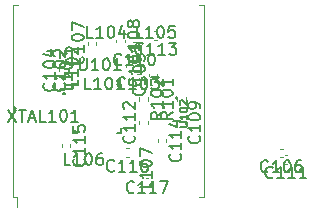
<source format=gbr>
%TF.GenerationSoftware,KiCad,Pcbnew,(6.0.0)*%
%TF.CreationDate,2023-04-18T16:07:59-05:00*%
%TF.ProjectId,SX1262,53583132-3632-42e6-9b69-6361645f7063,rev?*%
%TF.SameCoordinates,Original*%
%TF.FileFunction,Legend,Top*%
%TF.FilePolarity,Positive*%
%FSLAX46Y46*%
G04 Gerber Fmt 4.6, Leading zero omitted, Abs format (unit mm)*
G04 Created by KiCad (PCBNEW (6.0.0)) date 2023-04-18 16:07:59*
%MOMM*%
%LPD*%
G01*
G04 APERTURE LIST*
%ADD10C,0.150000*%
%ADD11C,0.120000*%
%ADD12C,0.127000*%
%ADD13C,0.300000*%
%ADD14C,0.152400*%
G04 APERTURE END LIST*
D10*
%TO.C,R102*%
X153092380Y-68169047D02*
X152616190Y-68502380D01*
X153092380Y-68740476D02*
X152092380Y-68740476D01*
X152092380Y-68359523D01*
X152140000Y-68264285D01*
X152187619Y-68216666D01*
X152282857Y-68169047D01*
X152425714Y-68169047D01*
X152520952Y-68216666D01*
X152568571Y-68264285D01*
X152616190Y-68359523D01*
X152616190Y-68740476D01*
X153092380Y-67216666D02*
X153092380Y-67788095D01*
X153092380Y-67502380D02*
X152092380Y-67502380D01*
X152235238Y-67597619D01*
X152330476Y-67692857D01*
X152378095Y-67788095D01*
X152092380Y-66597619D02*
X152092380Y-66502380D01*
X152140000Y-66407142D01*
X152187619Y-66359523D01*
X152282857Y-66311904D01*
X152473333Y-66264285D01*
X152711428Y-66264285D01*
X152901904Y-66311904D01*
X152997142Y-66359523D01*
X153044761Y-66407142D01*
X153092380Y-66502380D01*
X153092380Y-66597619D01*
X153044761Y-66692857D01*
X152997142Y-66740476D01*
X152901904Y-66788095D01*
X152711428Y-66835714D01*
X152473333Y-66835714D01*
X152282857Y-66788095D01*
X152187619Y-66740476D01*
X152140000Y-66692857D01*
X152092380Y-66597619D01*
X152187619Y-65883333D02*
X152140000Y-65835714D01*
X152092380Y-65740476D01*
X152092380Y-65502380D01*
X152140000Y-65407142D01*
X152187619Y-65359523D01*
X152282857Y-65311904D01*
X152378095Y-65311904D01*
X152520952Y-65359523D01*
X153092380Y-65930952D01*
X153092380Y-65311904D01*
%TO.C,R101*%
X153952380Y-68169047D02*
X153476190Y-68502380D01*
X153952380Y-68740476D02*
X152952380Y-68740476D01*
X152952380Y-68359523D01*
X153000000Y-68264285D01*
X153047619Y-68216666D01*
X153142857Y-68169047D01*
X153285714Y-68169047D01*
X153380952Y-68216666D01*
X153428571Y-68264285D01*
X153476190Y-68359523D01*
X153476190Y-68740476D01*
X153952380Y-67216666D02*
X153952380Y-67788095D01*
X153952380Y-67502380D02*
X152952380Y-67502380D01*
X153095238Y-67597619D01*
X153190476Y-67692857D01*
X153238095Y-67788095D01*
X152952380Y-66597619D02*
X152952380Y-66502380D01*
X153000000Y-66407142D01*
X153047619Y-66359523D01*
X153142857Y-66311904D01*
X153333333Y-66264285D01*
X153571428Y-66264285D01*
X153761904Y-66311904D01*
X153857142Y-66359523D01*
X153904761Y-66407142D01*
X153952380Y-66502380D01*
X153952380Y-66597619D01*
X153904761Y-66692857D01*
X153857142Y-66740476D01*
X153761904Y-66788095D01*
X153571428Y-66835714D01*
X153333333Y-66835714D01*
X153142857Y-66788095D01*
X153047619Y-66740476D01*
X153000000Y-66692857D01*
X152952380Y-66597619D01*
X153952380Y-65311904D02*
X153952380Y-65883333D01*
X153952380Y-65597619D02*
X152952380Y-65597619D01*
X153095238Y-65692857D01*
X153190476Y-65788095D01*
X153238095Y-65883333D01*
%TO.C,C105*%
X151492142Y-66119047D02*
X151539761Y-66166666D01*
X151587380Y-66309523D01*
X151587380Y-66404761D01*
X151539761Y-66547619D01*
X151444523Y-66642857D01*
X151349285Y-66690476D01*
X151158809Y-66738095D01*
X151015952Y-66738095D01*
X150825476Y-66690476D01*
X150730238Y-66642857D01*
X150635000Y-66547619D01*
X150587380Y-66404761D01*
X150587380Y-66309523D01*
X150635000Y-66166666D01*
X150682619Y-66119047D01*
X151587380Y-65166666D02*
X151587380Y-65738095D01*
X151587380Y-65452380D02*
X150587380Y-65452380D01*
X150730238Y-65547619D01*
X150825476Y-65642857D01*
X150873095Y-65738095D01*
X150587380Y-64547619D02*
X150587380Y-64452380D01*
X150635000Y-64357142D01*
X150682619Y-64309523D01*
X150777857Y-64261904D01*
X150968333Y-64214285D01*
X151206428Y-64214285D01*
X151396904Y-64261904D01*
X151492142Y-64309523D01*
X151539761Y-64357142D01*
X151587380Y-64452380D01*
X151587380Y-64547619D01*
X151539761Y-64642857D01*
X151492142Y-64690476D01*
X151396904Y-64738095D01*
X151206428Y-64785714D01*
X150968333Y-64785714D01*
X150777857Y-64738095D01*
X150682619Y-64690476D01*
X150635000Y-64642857D01*
X150587380Y-64547619D01*
X150587380Y-63309523D02*
X150587380Y-63785714D01*
X151063571Y-63833333D01*
X151015952Y-63785714D01*
X150968333Y-63690476D01*
X150968333Y-63452380D01*
X151015952Y-63357142D01*
X151063571Y-63309523D01*
X151158809Y-63261904D01*
X151396904Y-63261904D01*
X151492142Y-63309523D01*
X151539761Y-63357142D01*
X151587380Y-63452380D01*
X151587380Y-63690476D01*
X151539761Y-63785714D01*
X151492142Y-63833333D01*
%TO.C,C102*%
X144767142Y-65719047D02*
X144814761Y-65766666D01*
X144862380Y-65909523D01*
X144862380Y-66004761D01*
X144814761Y-66147619D01*
X144719523Y-66242857D01*
X144624285Y-66290476D01*
X144433809Y-66338095D01*
X144290952Y-66338095D01*
X144100476Y-66290476D01*
X144005238Y-66242857D01*
X143910000Y-66147619D01*
X143862380Y-66004761D01*
X143862380Y-65909523D01*
X143910000Y-65766666D01*
X143957619Y-65719047D01*
X144862380Y-64766666D02*
X144862380Y-65338095D01*
X144862380Y-65052380D02*
X143862380Y-65052380D01*
X144005238Y-65147619D01*
X144100476Y-65242857D01*
X144148095Y-65338095D01*
X143862380Y-64147619D02*
X143862380Y-64052380D01*
X143910000Y-63957142D01*
X143957619Y-63909523D01*
X144052857Y-63861904D01*
X144243333Y-63814285D01*
X144481428Y-63814285D01*
X144671904Y-63861904D01*
X144767142Y-63909523D01*
X144814761Y-63957142D01*
X144862380Y-64052380D01*
X144862380Y-64147619D01*
X144814761Y-64242857D01*
X144767142Y-64290476D01*
X144671904Y-64338095D01*
X144481428Y-64385714D01*
X144243333Y-64385714D01*
X144052857Y-64338095D01*
X143957619Y-64290476D01*
X143910000Y-64242857D01*
X143862380Y-64147619D01*
X143957619Y-63433333D02*
X143910000Y-63385714D01*
X143862380Y-63290476D01*
X143862380Y-63052380D01*
X143910000Y-62957142D01*
X143957619Y-62909523D01*
X144052857Y-62861904D01*
X144148095Y-62861904D01*
X144290952Y-62909523D01*
X144862380Y-63480952D01*
X144862380Y-62861904D01*
%TO.C,C103*%
X149900952Y-66117142D02*
X149853333Y-66164761D01*
X149710476Y-66212380D01*
X149615238Y-66212380D01*
X149472380Y-66164761D01*
X149377142Y-66069523D01*
X149329523Y-65974285D01*
X149281904Y-65783809D01*
X149281904Y-65640952D01*
X149329523Y-65450476D01*
X149377142Y-65355238D01*
X149472380Y-65260000D01*
X149615238Y-65212380D01*
X149710476Y-65212380D01*
X149853333Y-65260000D01*
X149900952Y-65307619D01*
X150853333Y-66212380D02*
X150281904Y-66212380D01*
X150567619Y-66212380D02*
X150567619Y-65212380D01*
X150472380Y-65355238D01*
X150377142Y-65450476D01*
X150281904Y-65498095D01*
X151472380Y-65212380D02*
X151567619Y-65212380D01*
X151662857Y-65260000D01*
X151710476Y-65307619D01*
X151758095Y-65402857D01*
X151805714Y-65593333D01*
X151805714Y-65831428D01*
X151758095Y-66021904D01*
X151710476Y-66117142D01*
X151662857Y-66164761D01*
X151567619Y-66212380D01*
X151472380Y-66212380D01*
X151377142Y-66164761D01*
X151329523Y-66117142D01*
X151281904Y-66021904D01*
X151234285Y-65831428D01*
X151234285Y-65593333D01*
X151281904Y-65402857D01*
X151329523Y-65307619D01*
X151377142Y-65260000D01*
X151472380Y-65212380D01*
X152139047Y-65212380D02*
X152758095Y-65212380D01*
X152424761Y-65593333D01*
X152567619Y-65593333D01*
X152662857Y-65640952D01*
X152710476Y-65688571D01*
X152758095Y-65783809D01*
X152758095Y-66021904D01*
X152710476Y-66117142D01*
X152662857Y-66164761D01*
X152567619Y-66212380D01*
X152281904Y-66212380D01*
X152186666Y-66164761D01*
X152139047Y-66117142D01*
%TO.C,C110*%
X149600952Y-64092142D02*
X149553333Y-64139761D01*
X149410476Y-64187380D01*
X149315238Y-64187380D01*
X149172380Y-64139761D01*
X149077142Y-64044523D01*
X149029523Y-63949285D01*
X148981904Y-63758809D01*
X148981904Y-63615952D01*
X149029523Y-63425476D01*
X149077142Y-63330238D01*
X149172380Y-63235000D01*
X149315238Y-63187380D01*
X149410476Y-63187380D01*
X149553333Y-63235000D01*
X149600952Y-63282619D01*
X150553333Y-64187380D02*
X149981904Y-64187380D01*
X150267619Y-64187380D02*
X150267619Y-63187380D01*
X150172380Y-63330238D01*
X150077142Y-63425476D01*
X149981904Y-63473095D01*
X151505714Y-64187380D02*
X150934285Y-64187380D01*
X151220000Y-64187380D02*
X151220000Y-63187380D01*
X151124761Y-63330238D01*
X151029523Y-63425476D01*
X150934285Y-63473095D01*
X152124761Y-63187380D02*
X152220000Y-63187380D01*
X152315238Y-63235000D01*
X152362857Y-63282619D01*
X152410476Y-63377857D01*
X152458095Y-63568333D01*
X152458095Y-63806428D01*
X152410476Y-63996904D01*
X152362857Y-64092142D01*
X152315238Y-64139761D01*
X152220000Y-64187380D01*
X152124761Y-64187380D01*
X152029523Y-64139761D01*
X151981904Y-64092142D01*
X151934285Y-63996904D01*
X151886666Y-63806428D01*
X151886666Y-63568333D01*
X151934285Y-63377857D01*
X151981904Y-63282619D01*
X152029523Y-63235000D01*
X152124761Y-63187380D01*
%TO.C,L105*%
X151400952Y-61857380D02*
X150924761Y-61857380D01*
X150924761Y-60857380D01*
X152258095Y-61857380D02*
X151686666Y-61857380D01*
X151972380Y-61857380D02*
X151972380Y-60857380D01*
X151877142Y-61000238D01*
X151781904Y-61095476D01*
X151686666Y-61143095D01*
X152877142Y-60857380D02*
X152972380Y-60857380D01*
X153067619Y-60905000D01*
X153115238Y-60952619D01*
X153162857Y-61047857D01*
X153210476Y-61238333D01*
X153210476Y-61476428D01*
X153162857Y-61666904D01*
X153115238Y-61762142D01*
X153067619Y-61809761D01*
X152972380Y-61857380D01*
X152877142Y-61857380D01*
X152781904Y-61809761D01*
X152734285Y-61762142D01*
X152686666Y-61666904D01*
X152639047Y-61476428D01*
X152639047Y-61238333D01*
X152686666Y-61047857D01*
X152734285Y-60952619D01*
X152781904Y-60905000D01*
X152877142Y-60857380D01*
X154115238Y-60857380D02*
X153639047Y-60857380D01*
X153591428Y-61333571D01*
X153639047Y-61285952D01*
X153734285Y-61238333D01*
X153972380Y-61238333D01*
X154067619Y-61285952D01*
X154115238Y-61333571D01*
X154162857Y-61428809D01*
X154162857Y-61666904D01*
X154115238Y-61762142D01*
X154067619Y-61809761D01*
X153972380Y-61857380D01*
X153734285Y-61857380D01*
X153639047Y-61809761D01*
X153591428Y-61762142D01*
%TO.C,C112*%
X150667142Y-70149047D02*
X150714761Y-70196666D01*
X150762380Y-70339523D01*
X150762380Y-70434761D01*
X150714761Y-70577619D01*
X150619523Y-70672857D01*
X150524285Y-70720476D01*
X150333809Y-70768095D01*
X150190952Y-70768095D01*
X150000476Y-70720476D01*
X149905238Y-70672857D01*
X149810000Y-70577619D01*
X149762380Y-70434761D01*
X149762380Y-70339523D01*
X149810000Y-70196666D01*
X149857619Y-70149047D01*
X150762380Y-69196666D02*
X150762380Y-69768095D01*
X150762380Y-69482380D02*
X149762380Y-69482380D01*
X149905238Y-69577619D01*
X150000476Y-69672857D01*
X150048095Y-69768095D01*
X150762380Y-68244285D02*
X150762380Y-68815714D01*
X150762380Y-68530000D02*
X149762380Y-68530000D01*
X149905238Y-68625238D01*
X150000476Y-68720476D01*
X150048095Y-68815714D01*
X149857619Y-67863333D02*
X149810000Y-67815714D01*
X149762380Y-67720476D01*
X149762380Y-67482380D01*
X149810000Y-67387142D01*
X149857619Y-67339523D01*
X149952857Y-67291904D01*
X150048095Y-67291904D01*
X150190952Y-67339523D01*
X150762380Y-67910952D01*
X150762380Y-67291904D01*
%TO.C,C104*%
X143917142Y-65719047D02*
X143964761Y-65766666D01*
X144012380Y-65909523D01*
X144012380Y-66004761D01*
X143964761Y-66147619D01*
X143869523Y-66242857D01*
X143774285Y-66290476D01*
X143583809Y-66338095D01*
X143440952Y-66338095D01*
X143250476Y-66290476D01*
X143155238Y-66242857D01*
X143060000Y-66147619D01*
X143012380Y-66004761D01*
X143012380Y-65909523D01*
X143060000Y-65766666D01*
X143107619Y-65719047D01*
X144012380Y-64766666D02*
X144012380Y-65338095D01*
X144012380Y-65052380D02*
X143012380Y-65052380D01*
X143155238Y-65147619D01*
X143250476Y-65242857D01*
X143298095Y-65338095D01*
X143012380Y-64147619D02*
X143012380Y-64052380D01*
X143060000Y-63957142D01*
X143107619Y-63909523D01*
X143202857Y-63861904D01*
X143393333Y-63814285D01*
X143631428Y-63814285D01*
X143821904Y-63861904D01*
X143917142Y-63909523D01*
X143964761Y-63957142D01*
X144012380Y-64052380D01*
X144012380Y-64147619D01*
X143964761Y-64242857D01*
X143917142Y-64290476D01*
X143821904Y-64338095D01*
X143631428Y-64385714D01*
X143393333Y-64385714D01*
X143202857Y-64338095D01*
X143107619Y-64290476D01*
X143060000Y-64242857D01*
X143012380Y-64147619D01*
X143345714Y-62957142D02*
X144012380Y-62957142D01*
X142964761Y-63195238D02*
X143679047Y-63433333D01*
X143679047Y-62814285D01*
%TO.C,C113*%
X151400952Y-63192142D02*
X151353333Y-63239761D01*
X151210476Y-63287380D01*
X151115238Y-63287380D01*
X150972380Y-63239761D01*
X150877142Y-63144523D01*
X150829523Y-63049285D01*
X150781904Y-62858809D01*
X150781904Y-62715952D01*
X150829523Y-62525476D01*
X150877142Y-62430238D01*
X150972380Y-62335000D01*
X151115238Y-62287380D01*
X151210476Y-62287380D01*
X151353333Y-62335000D01*
X151400952Y-62382619D01*
X152353333Y-63287380D02*
X151781904Y-63287380D01*
X152067619Y-63287380D02*
X152067619Y-62287380D01*
X151972380Y-62430238D01*
X151877142Y-62525476D01*
X151781904Y-62573095D01*
X153305714Y-63287380D02*
X152734285Y-63287380D01*
X153020000Y-63287380D02*
X153020000Y-62287380D01*
X152924761Y-62430238D01*
X152829523Y-62525476D01*
X152734285Y-62573095D01*
X153639047Y-62287380D02*
X154258095Y-62287380D01*
X153924761Y-62668333D01*
X154067619Y-62668333D01*
X154162857Y-62715952D01*
X154210476Y-62763571D01*
X154258095Y-62858809D01*
X154258095Y-63096904D01*
X154210476Y-63192142D01*
X154162857Y-63239761D01*
X154067619Y-63287380D01*
X153781904Y-63287380D01*
X153686666Y-63239761D01*
X153639047Y-63192142D01*
%TO.C,L106*%
X145300952Y-72622380D02*
X144824761Y-72622380D01*
X144824761Y-71622380D01*
X146158095Y-72622380D02*
X145586666Y-72622380D01*
X145872380Y-72622380D02*
X145872380Y-71622380D01*
X145777142Y-71765238D01*
X145681904Y-71860476D01*
X145586666Y-71908095D01*
X146777142Y-71622380D02*
X146872380Y-71622380D01*
X146967619Y-71670000D01*
X147015238Y-71717619D01*
X147062857Y-71812857D01*
X147110476Y-72003333D01*
X147110476Y-72241428D01*
X147062857Y-72431904D01*
X147015238Y-72527142D01*
X146967619Y-72574761D01*
X146872380Y-72622380D01*
X146777142Y-72622380D01*
X146681904Y-72574761D01*
X146634285Y-72527142D01*
X146586666Y-72431904D01*
X146539047Y-72241428D01*
X146539047Y-72003333D01*
X146586666Y-71812857D01*
X146634285Y-71717619D01*
X146681904Y-71670000D01*
X146777142Y-71622380D01*
X147967619Y-71622380D02*
X147777142Y-71622380D01*
X147681904Y-71670000D01*
X147634285Y-71717619D01*
X147539047Y-71860476D01*
X147491428Y-72050952D01*
X147491428Y-72431904D01*
X147539047Y-72527142D01*
X147586666Y-72574761D01*
X147681904Y-72622380D01*
X147872380Y-72622380D01*
X147967619Y-72574761D01*
X148015238Y-72527142D01*
X148062857Y-72431904D01*
X148062857Y-72193809D01*
X148015238Y-72098571D01*
X147967619Y-72050952D01*
X147872380Y-72003333D01*
X147681904Y-72003333D01*
X147586666Y-72050952D01*
X147539047Y-72098571D01*
X147491428Y-72193809D01*
%TO.C,C109*%
X156187142Y-70169047D02*
X156234761Y-70216666D01*
X156282380Y-70359523D01*
X156282380Y-70454761D01*
X156234761Y-70597619D01*
X156139523Y-70692857D01*
X156044285Y-70740476D01*
X155853809Y-70788095D01*
X155710952Y-70788095D01*
X155520476Y-70740476D01*
X155425238Y-70692857D01*
X155330000Y-70597619D01*
X155282380Y-70454761D01*
X155282380Y-70359523D01*
X155330000Y-70216666D01*
X155377619Y-70169047D01*
X156282380Y-69216666D02*
X156282380Y-69788095D01*
X156282380Y-69502380D02*
X155282380Y-69502380D01*
X155425238Y-69597619D01*
X155520476Y-69692857D01*
X155568095Y-69788095D01*
X155282380Y-68597619D02*
X155282380Y-68502380D01*
X155330000Y-68407142D01*
X155377619Y-68359523D01*
X155472857Y-68311904D01*
X155663333Y-68264285D01*
X155901428Y-68264285D01*
X156091904Y-68311904D01*
X156187142Y-68359523D01*
X156234761Y-68407142D01*
X156282380Y-68502380D01*
X156282380Y-68597619D01*
X156234761Y-68692857D01*
X156187142Y-68740476D01*
X156091904Y-68788095D01*
X155901428Y-68835714D01*
X155663333Y-68835714D01*
X155472857Y-68788095D01*
X155377619Y-68740476D01*
X155330000Y-68692857D01*
X155282380Y-68597619D01*
X156282380Y-67788095D02*
X156282380Y-67597619D01*
X156234761Y-67502380D01*
X156187142Y-67454761D01*
X156044285Y-67359523D01*
X155853809Y-67311904D01*
X155472857Y-67311904D01*
X155377619Y-67359523D01*
X155330000Y-67407142D01*
X155282380Y-67502380D01*
X155282380Y-67692857D01*
X155330000Y-67788095D01*
X155377619Y-67835714D01*
X155472857Y-67883333D01*
X155710952Y-67883333D01*
X155806190Y-67835714D01*
X155853809Y-67788095D01*
X155901428Y-67692857D01*
X155901428Y-67502380D01*
X155853809Y-67407142D01*
X155806190Y-67359523D01*
X155710952Y-67311904D01*
%TO.C,U101*%
X146089714Y-63609380D02*
X146089714Y-64418904D01*
X146137333Y-64514142D01*
X146184952Y-64561761D01*
X146280190Y-64609380D01*
X146470666Y-64609380D01*
X146565904Y-64561761D01*
X146613523Y-64514142D01*
X146661142Y-64418904D01*
X146661142Y-63609380D01*
X147661142Y-64609380D02*
X147089714Y-64609380D01*
X147375428Y-64609380D02*
X147375428Y-63609380D01*
X147280190Y-63752238D01*
X147184952Y-63847476D01*
X147089714Y-63895095D01*
X148280190Y-63609380D02*
X148375428Y-63609380D01*
X148470666Y-63657000D01*
X148518285Y-63704619D01*
X148565904Y-63799857D01*
X148613523Y-63990333D01*
X148613523Y-64228428D01*
X148565904Y-64418904D01*
X148518285Y-64514142D01*
X148470666Y-64561761D01*
X148375428Y-64609380D01*
X148280190Y-64609380D01*
X148184952Y-64561761D01*
X148137333Y-64514142D01*
X148089714Y-64418904D01*
X148042095Y-64228428D01*
X148042095Y-63990333D01*
X148089714Y-63799857D01*
X148137333Y-63704619D01*
X148184952Y-63657000D01*
X148280190Y-63609380D01*
X149565904Y-64609380D02*
X148994476Y-64609380D01*
X149280190Y-64609380D02*
X149280190Y-63609380D01*
X149184952Y-63752238D01*
X149089714Y-63847476D01*
X148994476Y-63895095D01*
%TO.C,L102*%
X145902380Y-65394047D02*
X145902380Y-65870238D01*
X144902380Y-65870238D01*
X145902380Y-64536904D02*
X145902380Y-65108333D01*
X145902380Y-64822619D02*
X144902380Y-64822619D01*
X145045238Y-64917857D01*
X145140476Y-65013095D01*
X145188095Y-65108333D01*
X144902380Y-63917857D02*
X144902380Y-63822619D01*
X144950000Y-63727380D01*
X144997619Y-63679761D01*
X145092857Y-63632142D01*
X145283333Y-63584523D01*
X145521428Y-63584523D01*
X145711904Y-63632142D01*
X145807142Y-63679761D01*
X145854761Y-63727380D01*
X145902380Y-63822619D01*
X145902380Y-63917857D01*
X145854761Y-64013095D01*
X145807142Y-64060714D01*
X145711904Y-64108333D01*
X145521428Y-64155952D01*
X145283333Y-64155952D01*
X145092857Y-64108333D01*
X144997619Y-64060714D01*
X144950000Y-64013095D01*
X144902380Y-63917857D01*
X144997619Y-63203571D02*
X144950000Y-63155952D01*
X144902380Y-63060714D01*
X144902380Y-62822619D01*
X144950000Y-62727380D01*
X144997619Y-62679761D01*
X145092857Y-62632142D01*
X145188095Y-62632142D01*
X145330952Y-62679761D01*
X145902380Y-63251190D01*
X145902380Y-62632142D01*
%TO.C,L101*%
X147025952Y-66222380D02*
X146549761Y-66222380D01*
X146549761Y-65222380D01*
X147883095Y-66222380D02*
X147311666Y-66222380D01*
X147597380Y-66222380D02*
X147597380Y-65222380D01*
X147502142Y-65365238D01*
X147406904Y-65460476D01*
X147311666Y-65508095D01*
X148502142Y-65222380D02*
X148597380Y-65222380D01*
X148692619Y-65270000D01*
X148740238Y-65317619D01*
X148787857Y-65412857D01*
X148835476Y-65603333D01*
X148835476Y-65841428D01*
X148787857Y-66031904D01*
X148740238Y-66127142D01*
X148692619Y-66174761D01*
X148597380Y-66222380D01*
X148502142Y-66222380D01*
X148406904Y-66174761D01*
X148359285Y-66127142D01*
X148311666Y-66031904D01*
X148264047Y-65841428D01*
X148264047Y-65603333D01*
X148311666Y-65412857D01*
X148359285Y-65317619D01*
X148406904Y-65270000D01*
X148502142Y-65222380D01*
X149787857Y-66222380D02*
X149216428Y-66222380D01*
X149502142Y-66222380D02*
X149502142Y-65222380D01*
X149406904Y-65365238D01*
X149311666Y-65460476D01*
X149216428Y-65508095D01*
%TO.C,U102*%
X154551305Y-69383391D02*
X155069884Y-69383391D01*
X155130893Y-69352886D01*
X155161398Y-69322382D01*
X155191902Y-69261372D01*
X155191902Y-69139354D01*
X155161398Y-69078345D01*
X155130893Y-69047840D01*
X155069884Y-69017335D01*
X154551305Y-69017335D01*
X155191902Y-68376738D02*
X155191902Y-68742794D01*
X155191902Y-68559766D02*
X154551305Y-68559766D01*
X154642819Y-68620775D01*
X154703828Y-68681785D01*
X154734333Y-68742794D01*
X154551305Y-67980178D02*
X154551305Y-67919169D01*
X154581810Y-67858160D01*
X154612315Y-67827655D01*
X154673324Y-67797151D01*
X154795342Y-67766646D01*
X154947865Y-67766646D01*
X155069884Y-67797151D01*
X155130893Y-67827655D01*
X155161398Y-67858160D01*
X155191902Y-67919169D01*
X155191902Y-67980178D01*
X155161398Y-68041188D01*
X155130893Y-68071692D01*
X155069884Y-68102197D01*
X154947865Y-68132701D01*
X154795342Y-68132701D01*
X154673324Y-68102197D01*
X154612315Y-68071692D01*
X154581810Y-68041188D01*
X154551305Y-67980178D01*
X154612315Y-67522609D02*
X154581810Y-67492104D01*
X154551305Y-67431095D01*
X154551305Y-67278572D01*
X154581810Y-67217563D01*
X154612315Y-67187058D01*
X154673324Y-67156554D01*
X154734333Y-67156554D01*
X154825847Y-67187058D01*
X155191902Y-67553114D01*
X155191902Y-67156554D01*
%TO.C,C115*%
X146437142Y-72099047D02*
X146484761Y-72146666D01*
X146532380Y-72289523D01*
X146532380Y-72384761D01*
X146484761Y-72527619D01*
X146389523Y-72622857D01*
X146294285Y-72670476D01*
X146103809Y-72718095D01*
X145960952Y-72718095D01*
X145770476Y-72670476D01*
X145675238Y-72622857D01*
X145580000Y-72527619D01*
X145532380Y-72384761D01*
X145532380Y-72289523D01*
X145580000Y-72146666D01*
X145627619Y-72099047D01*
X146532380Y-71146666D02*
X146532380Y-71718095D01*
X146532380Y-71432380D02*
X145532380Y-71432380D01*
X145675238Y-71527619D01*
X145770476Y-71622857D01*
X145818095Y-71718095D01*
X146532380Y-70194285D02*
X146532380Y-70765714D01*
X146532380Y-70480000D02*
X145532380Y-70480000D01*
X145675238Y-70575238D01*
X145770476Y-70670476D01*
X145818095Y-70765714D01*
X145532380Y-69289523D02*
X145532380Y-69765714D01*
X146008571Y-69813333D01*
X145960952Y-69765714D01*
X145913333Y-69670476D01*
X145913333Y-69432380D01*
X145960952Y-69337142D01*
X146008571Y-69289523D01*
X146103809Y-69241904D01*
X146341904Y-69241904D01*
X146437142Y-69289523D01*
X146484761Y-69337142D01*
X146532380Y-69432380D01*
X146532380Y-69670476D01*
X146484761Y-69765714D01*
X146437142Y-69813333D01*
%TO.C,C108*%
X151037142Y-63244047D02*
X151084761Y-63291666D01*
X151132380Y-63434523D01*
X151132380Y-63529761D01*
X151084761Y-63672619D01*
X150989523Y-63767857D01*
X150894285Y-63815476D01*
X150703809Y-63863095D01*
X150560952Y-63863095D01*
X150370476Y-63815476D01*
X150275238Y-63767857D01*
X150180000Y-63672619D01*
X150132380Y-63529761D01*
X150132380Y-63434523D01*
X150180000Y-63291666D01*
X150227619Y-63244047D01*
X151132380Y-62291666D02*
X151132380Y-62863095D01*
X151132380Y-62577380D02*
X150132380Y-62577380D01*
X150275238Y-62672619D01*
X150370476Y-62767857D01*
X150418095Y-62863095D01*
X150132380Y-61672619D02*
X150132380Y-61577380D01*
X150180000Y-61482142D01*
X150227619Y-61434523D01*
X150322857Y-61386904D01*
X150513333Y-61339285D01*
X150751428Y-61339285D01*
X150941904Y-61386904D01*
X151037142Y-61434523D01*
X151084761Y-61482142D01*
X151132380Y-61577380D01*
X151132380Y-61672619D01*
X151084761Y-61767857D01*
X151037142Y-61815476D01*
X150941904Y-61863095D01*
X150751428Y-61910714D01*
X150513333Y-61910714D01*
X150322857Y-61863095D01*
X150227619Y-61815476D01*
X150180000Y-61767857D01*
X150132380Y-61672619D01*
X150560952Y-60767857D02*
X150513333Y-60863095D01*
X150465714Y-60910714D01*
X150370476Y-60958333D01*
X150322857Y-60958333D01*
X150227619Y-60910714D01*
X150180000Y-60863095D01*
X150132380Y-60767857D01*
X150132380Y-60577380D01*
X150180000Y-60482142D01*
X150227619Y-60434523D01*
X150322857Y-60386904D01*
X150370476Y-60386904D01*
X150465714Y-60434523D01*
X150513333Y-60482142D01*
X150560952Y-60577380D01*
X150560952Y-60767857D01*
X150608571Y-60863095D01*
X150656190Y-60910714D01*
X150751428Y-60958333D01*
X150941904Y-60958333D01*
X151037142Y-60910714D01*
X151084761Y-60863095D01*
X151132380Y-60767857D01*
X151132380Y-60577380D01*
X151084761Y-60482142D01*
X151037142Y-60434523D01*
X150941904Y-60386904D01*
X150751428Y-60386904D01*
X150656190Y-60434523D01*
X150608571Y-60482142D01*
X150560952Y-60577380D01*
%TO.C,XTAL101*%
X140043809Y-67952380D02*
X140710476Y-68952380D01*
X140710476Y-67952380D02*
X140043809Y-68952380D01*
X140948571Y-67952380D02*
X141520000Y-67952380D01*
X141234285Y-68952380D02*
X141234285Y-67952380D01*
X141805714Y-68666666D02*
X142281904Y-68666666D01*
X141710476Y-68952380D02*
X142043809Y-67952380D01*
X142377142Y-68952380D01*
X143186666Y-68952380D02*
X142710476Y-68952380D01*
X142710476Y-67952380D01*
X144043809Y-68952380D02*
X143472380Y-68952380D01*
X143758095Y-68952380D02*
X143758095Y-67952380D01*
X143662857Y-68095238D01*
X143567619Y-68190476D01*
X143472380Y-68238095D01*
X144662857Y-67952380D02*
X144758095Y-67952380D01*
X144853333Y-68000000D01*
X144900952Y-68047619D01*
X144948571Y-68142857D01*
X144996190Y-68333333D01*
X144996190Y-68571428D01*
X144948571Y-68761904D01*
X144900952Y-68857142D01*
X144853333Y-68904761D01*
X144758095Y-68952380D01*
X144662857Y-68952380D01*
X144567619Y-68904761D01*
X144520000Y-68857142D01*
X144472380Y-68761904D01*
X144424761Y-68571428D01*
X144424761Y-68333333D01*
X144472380Y-68142857D01*
X144520000Y-68047619D01*
X144567619Y-68000000D01*
X144662857Y-67952380D01*
X145948571Y-68952380D02*
X145377142Y-68952380D01*
X145662857Y-68952380D02*
X145662857Y-67952380D01*
X145567619Y-68095238D01*
X145472380Y-68190476D01*
X145377142Y-68238095D01*
%TO.C,C114*%
X154587142Y-71694047D02*
X154634761Y-71741666D01*
X154682380Y-71884523D01*
X154682380Y-71979761D01*
X154634761Y-72122619D01*
X154539523Y-72217857D01*
X154444285Y-72265476D01*
X154253809Y-72313095D01*
X154110952Y-72313095D01*
X153920476Y-72265476D01*
X153825238Y-72217857D01*
X153730000Y-72122619D01*
X153682380Y-71979761D01*
X153682380Y-71884523D01*
X153730000Y-71741666D01*
X153777619Y-71694047D01*
X154682380Y-70741666D02*
X154682380Y-71313095D01*
X154682380Y-71027380D02*
X153682380Y-71027380D01*
X153825238Y-71122619D01*
X153920476Y-71217857D01*
X153968095Y-71313095D01*
X154682380Y-69789285D02*
X154682380Y-70360714D01*
X154682380Y-70075000D02*
X153682380Y-70075000D01*
X153825238Y-70170238D01*
X153920476Y-70265476D01*
X153968095Y-70360714D01*
X154015714Y-68932142D02*
X154682380Y-68932142D01*
X153634761Y-69170238D02*
X154349047Y-69408333D01*
X154349047Y-68789285D01*
%TO.C,L103*%
X145442380Y-65719047D02*
X145442380Y-66195238D01*
X144442380Y-66195238D01*
X145442380Y-64861904D02*
X145442380Y-65433333D01*
X145442380Y-65147619D02*
X144442380Y-65147619D01*
X144585238Y-65242857D01*
X144680476Y-65338095D01*
X144728095Y-65433333D01*
X144442380Y-64242857D02*
X144442380Y-64147619D01*
X144490000Y-64052380D01*
X144537619Y-64004761D01*
X144632857Y-63957142D01*
X144823333Y-63909523D01*
X145061428Y-63909523D01*
X145251904Y-63957142D01*
X145347142Y-64004761D01*
X145394761Y-64052380D01*
X145442380Y-64147619D01*
X145442380Y-64242857D01*
X145394761Y-64338095D01*
X145347142Y-64385714D01*
X145251904Y-64433333D01*
X145061428Y-64480952D01*
X144823333Y-64480952D01*
X144632857Y-64433333D01*
X144537619Y-64385714D01*
X144490000Y-64338095D01*
X144442380Y-64242857D01*
X144442380Y-63576190D02*
X144442380Y-62957142D01*
X144823333Y-63290476D01*
X144823333Y-63147619D01*
X144870952Y-63052380D01*
X144918571Y-63004761D01*
X145013809Y-62957142D01*
X145251904Y-62957142D01*
X145347142Y-63004761D01*
X145394761Y-63052380D01*
X145442380Y-63147619D01*
X145442380Y-63433333D01*
X145394761Y-63528571D01*
X145347142Y-63576190D01*
%TO.C,L104*%
X147200952Y-61857380D02*
X146724761Y-61857380D01*
X146724761Y-60857380D01*
X148058095Y-61857380D02*
X147486666Y-61857380D01*
X147772380Y-61857380D02*
X147772380Y-60857380D01*
X147677142Y-61000238D01*
X147581904Y-61095476D01*
X147486666Y-61143095D01*
X148677142Y-60857380D02*
X148772380Y-60857380D01*
X148867619Y-60905000D01*
X148915238Y-60952619D01*
X148962857Y-61047857D01*
X149010476Y-61238333D01*
X149010476Y-61476428D01*
X148962857Y-61666904D01*
X148915238Y-61762142D01*
X148867619Y-61809761D01*
X148772380Y-61857380D01*
X148677142Y-61857380D01*
X148581904Y-61809761D01*
X148534285Y-61762142D01*
X148486666Y-61666904D01*
X148439047Y-61476428D01*
X148439047Y-61238333D01*
X148486666Y-61047857D01*
X148534285Y-60952619D01*
X148581904Y-60905000D01*
X148677142Y-60857380D01*
X149867619Y-61190714D02*
X149867619Y-61857380D01*
X149629523Y-60809761D02*
X149391428Y-61524047D01*
X150010476Y-61524047D01*
%TO.C,C116*%
X149000952Y-73092142D02*
X148953333Y-73139761D01*
X148810476Y-73187380D01*
X148715238Y-73187380D01*
X148572380Y-73139761D01*
X148477142Y-73044523D01*
X148429523Y-72949285D01*
X148381904Y-72758809D01*
X148381904Y-72615952D01*
X148429523Y-72425476D01*
X148477142Y-72330238D01*
X148572380Y-72235000D01*
X148715238Y-72187380D01*
X148810476Y-72187380D01*
X148953333Y-72235000D01*
X149000952Y-72282619D01*
X149953333Y-73187380D02*
X149381904Y-73187380D01*
X149667619Y-73187380D02*
X149667619Y-72187380D01*
X149572380Y-72330238D01*
X149477142Y-72425476D01*
X149381904Y-72473095D01*
X150905714Y-73187380D02*
X150334285Y-73187380D01*
X150620000Y-73187380D02*
X150620000Y-72187380D01*
X150524761Y-72330238D01*
X150429523Y-72425476D01*
X150334285Y-72473095D01*
X151762857Y-72187380D02*
X151572380Y-72187380D01*
X151477142Y-72235000D01*
X151429523Y-72282619D01*
X151334285Y-72425476D01*
X151286666Y-72615952D01*
X151286666Y-72996904D01*
X151334285Y-73092142D01*
X151381904Y-73139761D01*
X151477142Y-73187380D01*
X151667619Y-73187380D01*
X151762857Y-73139761D01*
X151810476Y-73092142D01*
X151858095Y-72996904D01*
X151858095Y-72758809D01*
X151810476Y-72663571D01*
X151762857Y-72615952D01*
X151667619Y-72568333D01*
X151477142Y-72568333D01*
X151381904Y-72615952D01*
X151334285Y-72663571D01*
X151286666Y-72758809D01*
%TO.C,C101*%
X151137142Y-65319047D02*
X151184761Y-65366666D01*
X151232380Y-65509523D01*
X151232380Y-65604761D01*
X151184761Y-65747619D01*
X151089523Y-65842857D01*
X150994285Y-65890476D01*
X150803809Y-65938095D01*
X150660952Y-65938095D01*
X150470476Y-65890476D01*
X150375238Y-65842857D01*
X150280000Y-65747619D01*
X150232380Y-65604761D01*
X150232380Y-65509523D01*
X150280000Y-65366666D01*
X150327619Y-65319047D01*
X151232380Y-64366666D02*
X151232380Y-64938095D01*
X151232380Y-64652380D02*
X150232380Y-64652380D01*
X150375238Y-64747619D01*
X150470476Y-64842857D01*
X150518095Y-64938095D01*
X150232380Y-63747619D02*
X150232380Y-63652380D01*
X150280000Y-63557142D01*
X150327619Y-63509523D01*
X150422857Y-63461904D01*
X150613333Y-63414285D01*
X150851428Y-63414285D01*
X151041904Y-63461904D01*
X151137142Y-63509523D01*
X151184761Y-63557142D01*
X151232380Y-63652380D01*
X151232380Y-63747619D01*
X151184761Y-63842857D01*
X151137142Y-63890476D01*
X151041904Y-63938095D01*
X150851428Y-63985714D01*
X150613333Y-63985714D01*
X150422857Y-63938095D01*
X150327619Y-63890476D01*
X150280000Y-63842857D01*
X150232380Y-63747619D01*
X151232380Y-62461904D02*
X151232380Y-63033333D01*
X151232380Y-62747619D02*
X150232380Y-62747619D01*
X150375238Y-62842857D01*
X150470476Y-62938095D01*
X150518095Y-63033333D01*
%TO.C,L107*%
X152167380Y-74019047D02*
X152167380Y-74495238D01*
X151167380Y-74495238D01*
X152167380Y-73161904D02*
X152167380Y-73733333D01*
X152167380Y-73447619D02*
X151167380Y-73447619D01*
X151310238Y-73542857D01*
X151405476Y-73638095D01*
X151453095Y-73733333D01*
X151167380Y-72542857D02*
X151167380Y-72447619D01*
X151215000Y-72352380D01*
X151262619Y-72304761D01*
X151357857Y-72257142D01*
X151548333Y-72209523D01*
X151786428Y-72209523D01*
X151976904Y-72257142D01*
X152072142Y-72304761D01*
X152119761Y-72352380D01*
X152167380Y-72447619D01*
X152167380Y-72542857D01*
X152119761Y-72638095D01*
X152072142Y-72685714D01*
X151976904Y-72733333D01*
X151786428Y-72780952D01*
X151548333Y-72780952D01*
X151357857Y-72733333D01*
X151262619Y-72685714D01*
X151215000Y-72638095D01*
X151167380Y-72542857D01*
X151167380Y-71876190D02*
X151167380Y-71209523D01*
X152167380Y-71638095D01*
%TO.C,C111*%
X162425952Y-73667142D02*
X162378333Y-73714761D01*
X162235476Y-73762380D01*
X162140238Y-73762380D01*
X161997380Y-73714761D01*
X161902142Y-73619523D01*
X161854523Y-73524285D01*
X161806904Y-73333809D01*
X161806904Y-73190952D01*
X161854523Y-73000476D01*
X161902142Y-72905238D01*
X161997380Y-72810000D01*
X162140238Y-72762380D01*
X162235476Y-72762380D01*
X162378333Y-72810000D01*
X162425952Y-72857619D01*
X163378333Y-73762380D02*
X162806904Y-73762380D01*
X163092619Y-73762380D02*
X163092619Y-72762380D01*
X162997380Y-72905238D01*
X162902142Y-73000476D01*
X162806904Y-73048095D01*
X164330714Y-73762380D02*
X163759285Y-73762380D01*
X164045000Y-73762380D02*
X164045000Y-72762380D01*
X163949761Y-72905238D01*
X163854523Y-73000476D01*
X163759285Y-73048095D01*
X165283095Y-73762380D02*
X164711666Y-73762380D01*
X164997380Y-73762380D02*
X164997380Y-72762380D01*
X164902142Y-72905238D01*
X164806904Y-73000476D01*
X164711666Y-73048095D01*
%TO.C,C106*%
X162025952Y-73142142D02*
X161978333Y-73189761D01*
X161835476Y-73237380D01*
X161740238Y-73237380D01*
X161597380Y-73189761D01*
X161502142Y-73094523D01*
X161454523Y-72999285D01*
X161406904Y-72808809D01*
X161406904Y-72665952D01*
X161454523Y-72475476D01*
X161502142Y-72380238D01*
X161597380Y-72285000D01*
X161740238Y-72237380D01*
X161835476Y-72237380D01*
X161978333Y-72285000D01*
X162025952Y-72332619D01*
X162978333Y-73237380D02*
X162406904Y-73237380D01*
X162692619Y-73237380D02*
X162692619Y-72237380D01*
X162597380Y-72380238D01*
X162502142Y-72475476D01*
X162406904Y-72523095D01*
X163597380Y-72237380D02*
X163692619Y-72237380D01*
X163787857Y-72285000D01*
X163835476Y-72332619D01*
X163883095Y-72427857D01*
X163930714Y-72618333D01*
X163930714Y-72856428D01*
X163883095Y-73046904D01*
X163835476Y-73142142D01*
X163787857Y-73189761D01*
X163692619Y-73237380D01*
X163597380Y-73237380D01*
X163502142Y-73189761D01*
X163454523Y-73142142D01*
X163406904Y-73046904D01*
X163359285Y-72856428D01*
X163359285Y-72618333D01*
X163406904Y-72427857D01*
X163454523Y-72332619D01*
X163502142Y-72285000D01*
X163597380Y-72237380D01*
X164787857Y-72237380D02*
X164597380Y-72237380D01*
X164502142Y-72285000D01*
X164454523Y-72332619D01*
X164359285Y-72475476D01*
X164311666Y-72665952D01*
X164311666Y-73046904D01*
X164359285Y-73142142D01*
X164406904Y-73189761D01*
X164502142Y-73237380D01*
X164692619Y-73237380D01*
X164787857Y-73189761D01*
X164835476Y-73142142D01*
X164883095Y-73046904D01*
X164883095Y-72808809D01*
X164835476Y-72713571D01*
X164787857Y-72665952D01*
X164692619Y-72618333D01*
X164502142Y-72618333D01*
X164406904Y-72665952D01*
X164359285Y-72713571D01*
X164311666Y-72808809D01*
%TO.C,C117*%
X150675952Y-74917142D02*
X150628333Y-74964761D01*
X150485476Y-75012380D01*
X150390238Y-75012380D01*
X150247380Y-74964761D01*
X150152142Y-74869523D01*
X150104523Y-74774285D01*
X150056904Y-74583809D01*
X150056904Y-74440952D01*
X150104523Y-74250476D01*
X150152142Y-74155238D01*
X150247380Y-74060000D01*
X150390238Y-74012380D01*
X150485476Y-74012380D01*
X150628333Y-74060000D01*
X150675952Y-74107619D01*
X151628333Y-75012380D02*
X151056904Y-75012380D01*
X151342619Y-75012380D02*
X151342619Y-74012380D01*
X151247380Y-74155238D01*
X151152142Y-74250476D01*
X151056904Y-74298095D01*
X152580714Y-75012380D02*
X152009285Y-75012380D01*
X152295000Y-75012380D02*
X152295000Y-74012380D01*
X152199761Y-74155238D01*
X152104523Y-74250476D01*
X152009285Y-74298095D01*
X152914047Y-74012380D02*
X153580714Y-74012380D01*
X153152142Y-75012380D01*
%TO.C,C107*%
X146317142Y-63444047D02*
X146364761Y-63491666D01*
X146412380Y-63634523D01*
X146412380Y-63729761D01*
X146364761Y-63872619D01*
X146269523Y-63967857D01*
X146174285Y-64015476D01*
X145983809Y-64063095D01*
X145840952Y-64063095D01*
X145650476Y-64015476D01*
X145555238Y-63967857D01*
X145460000Y-63872619D01*
X145412380Y-63729761D01*
X145412380Y-63634523D01*
X145460000Y-63491666D01*
X145507619Y-63444047D01*
X146412380Y-62491666D02*
X146412380Y-63063095D01*
X146412380Y-62777380D02*
X145412380Y-62777380D01*
X145555238Y-62872619D01*
X145650476Y-62967857D01*
X145698095Y-63063095D01*
X145412380Y-61872619D02*
X145412380Y-61777380D01*
X145460000Y-61682142D01*
X145507619Y-61634523D01*
X145602857Y-61586904D01*
X145793333Y-61539285D01*
X146031428Y-61539285D01*
X146221904Y-61586904D01*
X146317142Y-61634523D01*
X146364761Y-61682142D01*
X146412380Y-61777380D01*
X146412380Y-61872619D01*
X146364761Y-61967857D01*
X146317142Y-62015476D01*
X146221904Y-62063095D01*
X146031428Y-62110714D01*
X145793333Y-62110714D01*
X145602857Y-62063095D01*
X145507619Y-62015476D01*
X145460000Y-61967857D01*
X145412380Y-61872619D01*
X145412380Y-61205952D02*
X145412380Y-60539285D01*
X146412380Y-60967857D01*
D11*
%TO.C,R102*%
X151850000Y-66896359D02*
X151850000Y-67203641D01*
X151090000Y-66896359D02*
X151090000Y-67203641D01*
%TO.C,R101*%
X154290000Y-67203641D02*
X154290000Y-66896359D01*
X155050000Y-67203641D02*
X155050000Y-66896359D01*
%TO.C,C105*%
X151935000Y-65107836D02*
X151935000Y-64892164D01*
X152655000Y-65107836D02*
X152655000Y-64892164D01*
%TO.C,C102*%
X145930000Y-64707836D02*
X145930000Y-64492164D01*
X145210000Y-64707836D02*
X145210000Y-64492164D01*
%TO.C,C103*%
X151127836Y-64240000D02*
X150912164Y-64240000D01*
X151127836Y-64960000D02*
X150912164Y-64960000D01*
%TO.C,U102*%
X156620000Y-75300000D02*
X156620000Y-59100000D01*
X140420000Y-59100000D02*
X140820000Y-59100000D01*
X140420000Y-75300000D02*
X140420000Y-59100000D01*
X140770000Y-75300000D02*
X140770000Y-76200000D01*
X156620000Y-59100000D02*
X156220000Y-59100000D01*
X140420000Y-75300000D02*
X140770000Y-75300000D01*
X156220000Y-75300000D02*
X156620000Y-75300000D01*
%TO.C,C110*%
X150827836Y-62215000D02*
X150612164Y-62215000D01*
X150827836Y-62935000D02*
X150612164Y-62935000D01*
%TO.C,C112*%
X151110000Y-69137836D02*
X151110000Y-68922164D01*
X151830000Y-69137836D02*
X151830000Y-68922164D01*
%TO.C,C104*%
X145080000Y-64707836D02*
X145080000Y-64492164D01*
X144360000Y-64707836D02*
X144360000Y-64492164D01*
%TO.C,C113*%
X152627836Y-61315000D02*
X152412164Y-61315000D01*
X152627836Y-62035000D02*
X152412164Y-62035000D01*
%TO.C,C109*%
X154310000Y-68942164D02*
X154310000Y-69157836D01*
X155030000Y-68942164D02*
X155030000Y-69157836D01*
D12*
%TO.C,U101*%
X145500000Y-65790000D02*
X145500000Y-66150000D01*
X149240000Y-69890000D02*
X149600000Y-69890000D01*
X149600000Y-65790000D02*
X149240000Y-65790000D01*
X149600000Y-66150000D02*
X149600000Y-65790000D01*
X145860000Y-65790000D02*
X145500000Y-65790000D01*
X149600000Y-69890000D02*
X149600000Y-69530000D01*
X145860000Y-69890000D02*
X145500000Y-69890000D01*
X145500000Y-69890000D02*
X145500000Y-69530000D01*
D13*
X144755000Y-66590000D02*
G75*
G03*
X144755000Y-66590000I-50000J0D01*
G01*
%TO.C,U102*%
D12*
X154333500Y-66950000D02*
G75*
G03*
X154333500Y-66950000I-63500J0D01*
G01*
D11*
%TO.C,C115*%
X145280000Y-70872164D02*
X145280000Y-71087836D01*
X144560000Y-70872164D02*
X144560000Y-71087836D01*
%TO.C,C108*%
X149880000Y-62017164D02*
X149880000Y-62232836D01*
X149160000Y-62017164D02*
X149160000Y-62232836D01*
D14*
%TO.C,XTAL101*%
X140666700Y-67825000D02*
G75*
G03*
X140666700Y-67825000I-101600J0D01*
G01*
D11*
%TO.C,C114*%
X153430000Y-70467164D02*
X153430000Y-70682836D01*
X152710000Y-70467164D02*
X152710000Y-70682836D01*
%TO.C,C116*%
X150227836Y-71215000D02*
X150012164Y-71215000D01*
X150227836Y-71935000D02*
X150012164Y-71935000D01*
%TO.C,C101*%
X149980000Y-64092164D02*
X149980000Y-64307836D01*
X149260000Y-64092164D02*
X149260000Y-64307836D01*
%TO.C,C111*%
X163652836Y-72510000D02*
X163437164Y-72510000D01*
X163652836Y-71790000D02*
X163437164Y-71790000D01*
%TO.C,C106*%
X163252836Y-71985000D02*
X163037164Y-71985000D01*
X163252836Y-71265000D02*
X163037164Y-71265000D01*
%TO.C,C117*%
X151902836Y-73040000D02*
X151687164Y-73040000D01*
X151902836Y-73760000D02*
X151687164Y-73760000D01*
%TO.C,C107*%
X146760000Y-62432836D02*
X146760000Y-62217164D01*
X147480000Y-62432836D02*
X147480000Y-62217164D01*
%TD*%
M02*

</source>
